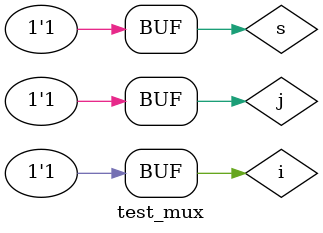
<source format=v>
`timescale 1ns / 1ps


module test_mux();
wire y;
reg s;
reg i,j;
mux pp(y,s,i,j);
initial 
begin
#10 j=1'b1;i=1'b0; s=1'b0;
#10 j=1'b1;i=1'b1; s=1'b0;
#10 j=1'b1;i=1'b1; s=1'b1;
end
endmodule

</source>
